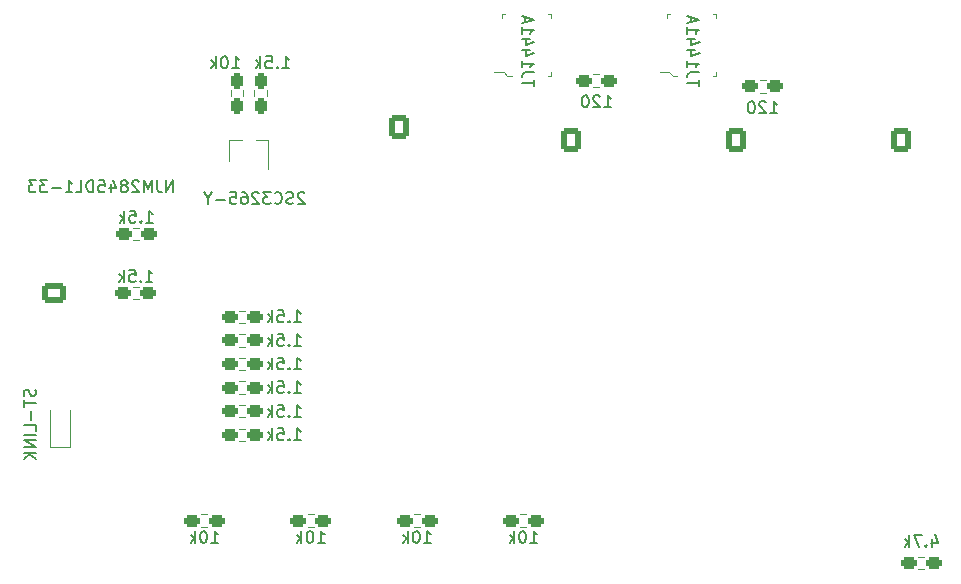
<source format=gbo>
G04 #@! TF.GenerationSoftware,KiCad,Pcbnew,7.0.9*
G04 #@! TF.CreationDate,2024-07-10T10:25:31+09:00*
G04 #@! TF.ProjectId,ODAmain,4f44416d-6169-46e2-9e6b-696361645f70,rev?*
G04 #@! TF.SameCoordinates,Original*
G04 #@! TF.FileFunction,Legend,Bot*
G04 #@! TF.FilePolarity,Positive*
%FSLAX46Y46*%
G04 Gerber Fmt 4.6, Leading zero omitted, Abs format (unit mm)*
G04 Created by KiCad (PCBNEW 7.0.9) date 2024-07-10 10:25:31*
%MOMM*%
%LPD*%
G01*
G04 APERTURE LIST*
G04 Aperture macros list*
%AMRoundRect*
0 Rectangle with rounded corners*
0 $1 Rounding radius*
0 $2 $3 $4 $5 $6 $7 $8 $9 X,Y pos of 4 corners*
0 Add a 4 corners polygon primitive as box body*
4,1,4,$2,$3,$4,$5,$6,$7,$8,$9,$2,$3,0*
0 Add four circle primitives for the rounded corners*
1,1,$1+$1,$2,$3*
1,1,$1+$1,$4,$5*
1,1,$1+$1,$6,$7*
1,1,$1+$1,$8,$9*
0 Add four rect primitives between the rounded corners*
20,1,$1+$1,$2,$3,$4,$5,0*
20,1,$1+$1,$4,$5,$6,$7,0*
20,1,$1+$1,$6,$7,$8,$9,0*
20,1,$1+$1,$8,$9,$2,$3,0*%
G04 Aperture macros list end*
%ADD10C,0.153000*%
%ADD11C,0.120000*%
%ADD12C,0.100000*%
%ADD13C,2.000000*%
%ADD14R,1.700000X1.700000*%
%ADD15O,1.700000X1.700000*%
%ADD16RoundRect,0.250000X0.725000X-0.600000X0.725000X0.600000X-0.725000X0.600000X-0.725000X-0.600000X0*%
%ADD17O,1.950000X1.700000*%
%ADD18C,1.000000*%
%ADD19C,5.600000*%
%ADD20RoundRect,0.250000X0.600000X0.725000X-0.600000X0.725000X-0.600000X-0.725000X0.600000X-0.725000X0*%
%ADD21O,1.700000X1.950000*%
%ADD22O,1.800000X1.524000*%
%ADD23R,1.800000X2.200000*%
%ADD24O,1.800000X2.200000*%
%ADD25C,1.998980*%
%ADD26O,2.800000X2.000000*%
%ADD27R,0.800000X1.800000*%
%ADD28RoundRect,0.237500X0.400000X0.237500X-0.400000X0.237500X-0.400000X-0.237500X0.400000X-0.237500X0*%
%ADD29RoundRect,0.237500X-0.400000X-0.237500X0.400000X-0.237500X0.400000X0.237500X-0.400000X0.237500X0*%
%ADD30R,1.000000X1.000000*%
%ADD31R,2.000000X0.600000*%
%ADD32RoundRect,0.237500X0.237500X-0.400000X0.237500X0.400000X-0.237500X0.400000X-0.237500X-0.400000X0*%
%ADD33RoundRect,0.237500X-0.237500X0.400000X-0.237500X-0.400000X0.237500X-0.400000X0.237500X0.400000X0*%
%ADD34R,2.200000X1.200000*%
%ADD35R,6.400000X5.800000*%
G04 APERTURE END LIST*
D10*
X153630336Y-89499999D02*
X153630336Y-88928571D01*
X152630336Y-89214285D02*
X153630336Y-89214285D01*
X153630336Y-88309523D02*
X152916051Y-88309523D01*
X152916051Y-88309523D02*
X152773194Y-88357142D01*
X152773194Y-88357142D02*
X152677956Y-88452380D01*
X152677956Y-88452380D02*
X152630336Y-88595237D01*
X152630336Y-88595237D02*
X152630336Y-88690475D01*
X152630336Y-87309523D02*
X152630336Y-87880951D01*
X152630336Y-87595237D02*
X153630336Y-87595237D01*
X153630336Y-87595237D02*
X153487479Y-87690475D01*
X153487479Y-87690475D02*
X153392241Y-87785713D01*
X153392241Y-87785713D02*
X153344622Y-87880951D01*
X153297003Y-86452380D02*
X152630336Y-86452380D01*
X153677956Y-86690475D02*
X152963670Y-86928570D01*
X152963670Y-86928570D02*
X152963670Y-86309523D01*
X153297003Y-85499999D02*
X152630336Y-85499999D01*
X153677956Y-85738094D02*
X152963670Y-85976189D01*
X152963670Y-85976189D02*
X152963670Y-85357142D01*
X152630336Y-84452380D02*
X152630336Y-85023808D01*
X152630336Y-84738094D02*
X153630336Y-84738094D01*
X153630336Y-84738094D02*
X153487479Y-84833332D01*
X153487479Y-84833332D02*
X153392241Y-84928570D01*
X153392241Y-84928570D02*
X153344622Y-85023808D01*
X152916051Y-84071427D02*
X152916051Y-83595237D01*
X152630336Y-84166665D02*
X153630336Y-83833332D01*
X153630336Y-83833332D02*
X152630336Y-83499999D01*
X167630336Y-89499999D02*
X167630336Y-88928571D01*
X166630336Y-89214285D02*
X167630336Y-89214285D01*
X167630336Y-88309523D02*
X166916051Y-88309523D01*
X166916051Y-88309523D02*
X166773194Y-88357142D01*
X166773194Y-88357142D02*
X166677956Y-88452380D01*
X166677956Y-88452380D02*
X166630336Y-88595237D01*
X166630336Y-88595237D02*
X166630336Y-88690475D01*
X166630336Y-87309523D02*
X166630336Y-87880951D01*
X166630336Y-87595237D02*
X167630336Y-87595237D01*
X167630336Y-87595237D02*
X167487479Y-87690475D01*
X167487479Y-87690475D02*
X167392241Y-87785713D01*
X167392241Y-87785713D02*
X167344622Y-87880951D01*
X167297003Y-86452380D02*
X166630336Y-86452380D01*
X167677956Y-86690475D02*
X166963670Y-86928570D01*
X166963670Y-86928570D02*
X166963670Y-86309523D01*
X167297003Y-85499999D02*
X166630336Y-85499999D01*
X167677956Y-85738094D02*
X166963670Y-85976189D01*
X166963670Y-85976189D02*
X166963670Y-85357142D01*
X166630336Y-84452380D02*
X166630336Y-85023808D01*
X166630336Y-84738094D02*
X167630336Y-84738094D01*
X167630336Y-84738094D02*
X167487479Y-84833332D01*
X167487479Y-84833332D02*
X167392241Y-84928570D01*
X167392241Y-84928570D02*
X167344622Y-85023808D01*
X166916051Y-84071427D02*
X166916051Y-83595237D01*
X166630336Y-84166665D02*
X167630336Y-83833332D01*
X167630336Y-83833332D02*
X166630336Y-83499999D01*
X111407044Y-115172619D02*
X111454663Y-115315476D01*
X111454663Y-115315476D02*
X111454663Y-115553571D01*
X111454663Y-115553571D02*
X111407044Y-115648809D01*
X111407044Y-115648809D02*
X111359424Y-115696428D01*
X111359424Y-115696428D02*
X111264186Y-115744047D01*
X111264186Y-115744047D02*
X111168948Y-115744047D01*
X111168948Y-115744047D02*
X111073710Y-115696428D01*
X111073710Y-115696428D02*
X111026091Y-115648809D01*
X111026091Y-115648809D02*
X110978472Y-115553571D01*
X110978472Y-115553571D02*
X110930853Y-115363095D01*
X110930853Y-115363095D02*
X110883234Y-115267857D01*
X110883234Y-115267857D02*
X110835615Y-115220238D01*
X110835615Y-115220238D02*
X110740377Y-115172619D01*
X110740377Y-115172619D02*
X110645139Y-115172619D01*
X110645139Y-115172619D02*
X110549901Y-115220238D01*
X110549901Y-115220238D02*
X110502282Y-115267857D01*
X110502282Y-115267857D02*
X110454663Y-115363095D01*
X110454663Y-115363095D02*
X110454663Y-115601190D01*
X110454663Y-115601190D02*
X110502282Y-115744047D01*
X110454663Y-116029762D02*
X110454663Y-116601190D01*
X111454663Y-116315476D02*
X110454663Y-116315476D01*
X111073710Y-116934524D02*
X111073710Y-117696429D01*
X111454663Y-118648809D02*
X111454663Y-118172619D01*
X111454663Y-118172619D02*
X110454663Y-118172619D01*
X111454663Y-118982143D02*
X110454663Y-118982143D01*
X111454663Y-119458333D02*
X110454663Y-119458333D01*
X110454663Y-119458333D02*
X111454663Y-120029761D01*
X111454663Y-120029761D02*
X110454663Y-120029761D01*
X111454663Y-120505952D02*
X110454663Y-120505952D01*
X111454663Y-121077380D02*
X110883234Y-120648809D01*
X110454663Y-121077380D02*
X111026091Y-120505952D01*
X134214285Y-98549901D02*
X134166666Y-98502282D01*
X134166666Y-98502282D02*
X134071428Y-98454663D01*
X134071428Y-98454663D02*
X133833333Y-98454663D01*
X133833333Y-98454663D02*
X133738095Y-98502282D01*
X133738095Y-98502282D02*
X133690476Y-98549901D01*
X133690476Y-98549901D02*
X133642857Y-98645139D01*
X133642857Y-98645139D02*
X133642857Y-98740377D01*
X133642857Y-98740377D02*
X133690476Y-98883234D01*
X133690476Y-98883234D02*
X134261904Y-99454663D01*
X134261904Y-99454663D02*
X133642857Y-99454663D01*
X133261904Y-99407044D02*
X133119047Y-99454663D01*
X133119047Y-99454663D02*
X132880952Y-99454663D01*
X132880952Y-99454663D02*
X132785714Y-99407044D01*
X132785714Y-99407044D02*
X132738095Y-99359424D01*
X132738095Y-99359424D02*
X132690476Y-99264186D01*
X132690476Y-99264186D02*
X132690476Y-99168948D01*
X132690476Y-99168948D02*
X132738095Y-99073710D01*
X132738095Y-99073710D02*
X132785714Y-99026091D01*
X132785714Y-99026091D02*
X132880952Y-98978472D01*
X132880952Y-98978472D02*
X133071428Y-98930853D01*
X133071428Y-98930853D02*
X133166666Y-98883234D01*
X133166666Y-98883234D02*
X133214285Y-98835615D01*
X133214285Y-98835615D02*
X133261904Y-98740377D01*
X133261904Y-98740377D02*
X133261904Y-98645139D01*
X133261904Y-98645139D02*
X133214285Y-98549901D01*
X133214285Y-98549901D02*
X133166666Y-98502282D01*
X133166666Y-98502282D02*
X133071428Y-98454663D01*
X133071428Y-98454663D02*
X132833333Y-98454663D01*
X132833333Y-98454663D02*
X132690476Y-98502282D01*
X131690476Y-99359424D02*
X131738095Y-99407044D01*
X131738095Y-99407044D02*
X131880952Y-99454663D01*
X131880952Y-99454663D02*
X131976190Y-99454663D01*
X131976190Y-99454663D02*
X132119047Y-99407044D01*
X132119047Y-99407044D02*
X132214285Y-99311805D01*
X132214285Y-99311805D02*
X132261904Y-99216567D01*
X132261904Y-99216567D02*
X132309523Y-99026091D01*
X132309523Y-99026091D02*
X132309523Y-98883234D01*
X132309523Y-98883234D02*
X132261904Y-98692758D01*
X132261904Y-98692758D02*
X132214285Y-98597520D01*
X132214285Y-98597520D02*
X132119047Y-98502282D01*
X132119047Y-98502282D02*
X131976190Y-98454663D01*
X131976190Y-98454663D02*
X131880952Y-98454663D01*
X131880952Y-98454663D02*
X131738095Y-98502282D01*
X131738095Y-98502282D02*
X131690476Y-98549901D01*
X131357142Y-98454663D02*
X130738095Y-98454663D01*
X130738095Y-98454663D02*
X131071428Y-98835615D01*
X131071428Y-98835615D02*
X130928571Y-98835615D01*
X130928571Y-98835615D02*
X130833333Y-98883234D01*
X130833333Y-98883234D02*
X130785714Y-98930853D01*
X130785714Y-98930853D02*
X130738095Y-99026091D01*
X130738095Y-99026091D02*
X130738095Y-99264186D01*
X130738095Y-99264186D02*
X130785714Y-99359424D01*
X130785714Y-99359424D02*
X130833333Y-99407044D01*
X130833333Y-99407044D02*
X130928571Y-99454663D01*
X130928571Y-99454663D02*
X131214285Y-99454663D01*
X131214285Y-99454663D02*
X131309523Y-99407044D01*
X131309523Y-99407044D02*
X131357142Y-99359424D01*
X130357142Y-98549901D02*
X130309523Y-98502282D01*
X130309523Y-98502282D02*
X130214285Y-98454663D01*
X130214285Y-98454663D02*
X129976190Y-98454663D01*
X129976190Y-98454663D02*
X129880952Y-98502282D01*
X129880952Y-98502282D02*
X129833333Y-98549901D01*
X129833333Y-98549901D02*
X129785714Y-98645139D01*
X129785714Y-98645139D02*
X129785714Y-98740377D01*
X129785714Y-98740377D02*
X129833333Y-98883234D01*
X129833333Y-98883234D02*
X130404761Y-99454663D01*
X130404761Y-99454663D02*
X129785714Y-99454663D01*
X128928571Y-98454663D02*
X129119047Y-98454663D01*
X129119047Y-98454663D02*
X129214285Y-98502282D01*
X129214285Y-98502282D02*
X129261904Y-98549901D01*
X129261904Y-98549901D02*
X129357142Y-98692758D01*
X129357142Y-98692758D02*
X129404761Y-98883234D01*
X129404761Y-98883234D02*
X129404761Y-99264186D01*
X129404761Y-99264186D02*
X129357142Y-99359424D01*
X129357142Y-99359424D02*
X129309523Y-99407044D01*
X129309523Y-99407044D02*
X129214285Y-99454663D01*
X129214285Y-99454663D02*
X129023809Y-99454663D01*
X129023809Y-99454663D02*
X128928571Y-99407044D01*
X128928571Y-99407044D02*
X128880952Y-99359424D01*
X128880952Y-99359424D02*
X128833333Y-99264186D01*
X128833333Y-99264186D02*
X128833333Y-99026091D01*
X128833333Y-99026091D02*
X128880952Y-98930853D01*
X128880952Y-98930853D02*
X128928571Y-98883234D01*
X128928571Y-98883234D02*
X129023809Y-98835615D01*
X129023809Y-98835615D02*
X129214285Y-98835615D01*
X129214285Y-98835615D02*
X129309523Y-98883234D01*
X129309523Y-98883234D02*
X129357142Y-98930853D01*
X129357142Y-98930853D02*
X129404761Y-99026091D01*
X127928571Y-98454663D02*
X128404761Y-98454663D01*
X128404761Y-98454663D02*
X128452380Y-98930853D01*
X128452380Y-98930853D02*
X128404761Y-98883234D01*
X128404761Y-98883234D02*
X128309523Y-98835615D01*
X128309523Y-98835615D02*
X128071428Y-98835615D01*
X128071428Y-98835615D02*
X127976190Y-98883234D01*
X127976190Y-98883234D02*
X127928571Y-98930853D01*
X127928571Y-98930853D02*
X127880952Y-99026091D01*
X127880952Y-99026091D02*
X127880952Y-99264186D01*
X127880952Y-99264186D02*
X127928571Y-99359424D01*
X127928571Y-99359424D02*
X127976190Y-99407044D01*
X127976190Y-99407044D02*
X128071428Y-99454663D01*
X128071428Y-99454663D02*
X128309523Y-99454663D01*
X128309523Y-99454663D02*
X128404761Y-99407044D01*
X128404761Y-99407044D02*
X128452380Y-99359424D01*
X127452380Y-99073710D02*
X126690476Y-99073710D01*
X126023809Y-98978472D02*
X126023809Y-99454663D01*
X126357142Y-98454663D02*
X126023809Y-98978472D01*
X126023809Y-98978472D02*
X125690476Y-98454663D01*
X133333333Y-117454663D02*
X133904761Y-117454663D01*
X133619047Y-117454663D02*
X133619047Y-116454663D01*
X133619047Y-116454663D02*
X133714285Y-116597520D01*
X133714285Y-116597520D02*
X133809523Y-116692758D01*
X133809523Y-116692758D02*
X133904761Y-116740377D01*
X132904761Y-117359424D02*
X132857142Y-117407044D01*
X132857142Y-117407044D02*
X132904761Y-117454663D01*
X132904761Y-117454663D02*
X132952380Y-117407044D01*
X132952380Y-117407044D02*
X132904761Y-117359424D01*
X132904761Y-117359424D02*
X132904761Y-117454663D01*
X131952381Y-116454663D02*
X132428571Y-116454663D01*
X132428571Y-116454663D02*
X132476190Y-116930853D01*
X132476190Y-116930853D02*
X132428571Y-116883234D01*
X132428571Y-116883234D02*
X132333333Y-116835615D01*
X132333333Y-116835615D02*
X132095238Y-116835615D01*
X132095238Y-116835615D02*
X132000000Y-116883234D01*
X132000000Y-116883234D02*
X131952381Y-116930853D01*
X131952381Y-116930853D02*
X131904762Y-117026091D01*
X131904762Y-117026091D02*
X131904762Y-117264186D01*
X131904762Y-117264186D02*
X131952381Y-117359424D01*
X131952381Y-117359424D02*
X132000000Y-117407044D01*
X132000000Y-117407044D02*
X132095238Y-117454663D01*
X132095238Y-117454663D02*
X132333333Y-117454663D01*
X132333333Y-117454663D02*
X132428571Y-117407044D01*
X132428571Y-117407044D02*
X132476190Y-117359424D01*
X131476190Y-117454663D02*
X131476190Y-116454663D01*
X131380952Y-117073710D02*
X131095238Y-117454663D01*
X131095238Y-116787996D02*
X131476190Y-117168948D01*
X126345238Y-128134663D02*
X126916666Y-128134663D01*
X126630952Y-128134663D02*
X126630952Y-127134663D01*
X126630952Y-127134663D02*
X126726190Y-127277520D01*
X126726190Y-127277520D02*
X126821428Y-127372758D01*
X126821428Y-127372758D02*
X126916666Y-127420377D01*
X125726190Y-127134663D02*
X125630952Y-127134663D01*
X125630952Y-127134663D02*
X125535714Y-127182282D01*
X125535714Y-127182282D02*
X125488095Y-127229901D01*
X125488095Y-127229901D02*
X125440476Y-127325139D01*
X125440476Y-127325139D02*
X125392857Y-127515615D01*
X125392857Y-127515615D02*
X125392857Y-127753710D01*
X125392857Y-127753710D02*
X125440476Y-127944186D01*
X125440476Y-127944186D02*
X125488095Y-128039424D01*
X125488095Y-128039424D02*
X125535714Y-128087044D01*
X125535714Y-128087044D02*
X125630952Y-128134663D01*
X125630952Y-128134663D02*
X125726190Y-128134663D01*
X125726190Y-128134663D02*
X125821428Y-128087044D01*
X125821428Y-128087044D02*
X125869047Y-128039424D01*
X125869047Y-128039424D02*
X125916666Y-127944186D01*
X125916666Y-127944186D02*
X125964285Y-127753710D01*
X125964285Y-127753710D02*
X125964285Y-127515615D01*
X125964285Y-127515615D02*
X125916666Y-127325139D01*
X125916666Y-127325139D02*
X125869047Y-127229901D01*
X125869047Y-127229901D02*
X125821428Y-127182282D01*
X125821428Y-127182282D02*
X125726190Y-127134663D01*
X124964285Y-128134663D02*
X124964285Y-127134663D01*
X124869047Y-127753710D02*
X124583333Y-128134663D01*
X124583333Y-127467996D02*
X124964285Y-127848948D01*
X120808333Y-101024663D02*
X121379761Y-101024663D01*
X121094047Y-101024663D02*
X121094047Y-100024663D01*
X121094047Y-100024663D02*
X121189285Y-100167520D01*
X121189285Y-100167520D02*
X121284523Y-100262758D01*
X121284523Y-100262758D02*
X121379761Y-100310377D01*
X120379761Y-100929424D02*
X120332142Y-100977044D01*
X120332142Y-100977044D02*
X120379761Y-101024663D01*
X120379761Y-101024663D02*
X120427380Y-100977044D01*
X120427380Y-100977044D02*
X120379761Y-100929424D01*
X120379761Y-100929424D02*
X120379761Y-101024663D01*
X119427381Y-100024663D02*
X119903571Y-100024663D01*
X119903571Y-100024663D02*
X119951190Y-100500853D01*
X119951190Y-100500853D02*
X119903571Y-100453234D01*
X119903571Y-100453234D02*
X119808333Y-100405615D01*
X119808333Y-100405615D02*
X119570238Y-100405615D01*
X119570238Y-100405615D02*
X119475000Y-100453234D01*
X119475000Y-100453234D02*
X119427381Y-100500853D01*
X119427381Y-100500853D02*
X119379762Y-100596091D01*
X119379762Y-100596091D02*
X119379762Y-100834186D01*
X119379762Y-100834186D02*
X119427381Y-100929424D01*
X119427381Y-100929424D02*
X119475000Y-100977044D01*
X119475000Y-100977044D02*
X119570238Y-101024663D01*
X119570238Y-101024663D02*
X119808333Y-101024663D01*
X119808333Y-101024663D02*
X119903571Y-100977044D01*
X119903571Y-100977044D02*
X119951190Y-100929424D01*
X118951190Y-101024663D02*
X118951190Y-100024663D01*
X118855952Y-100643710D02*
X118570238Y-101024663D01*
X118570238Y-100357996D02*
X118951190Y-100738948D01*
X133333333Y-113454663D02*
X133904761Y-113454663D01*
X133619047Y-113454663D02*
X133619047Y-112454663D01*
X133619047Y-112454663D02*
X133714285Y-112597520D01*
X133714285Y-112597520D02*
X133809523Y-112692758D01*
X133809523Y-112692758D02*
X133904761Y-112740377D01*
X132904761Y-113359424D02*
X132857142Y-113407044D01*
X132857142Y-113407044D02*
X132904761Y-113454663D01*
X132904761Y-113454663D02*
X132952380Y-113407044D01*
X132952380Y-113407044D02*
X132904761Y-113359424D01*
X132904761Y-113359424D02*
X132904761Y-113454663D01*
X131952381Y-112454663D02*
X132428571Y-112454663D01*
X132428571Y-112454663D02*
X132476190Y-112930853D01*
X132476190Y-112930853D02*
X132428571Y-112883234D01*
X132428571Y-112883234D02*
X132333333Y-112835615D01*
X132333333Y-112835615D02*
X132095238Y-112835615D01*
X132095238Y-112835615D02*
X132000000Y-112883234D01*
X132000000Y-112883234D02*
X131952381Y-112930853D01*
X131952381Y-112930853D02*
X131904762Y-113026091D01*
X131904762Y-113026091D02*
X131904762Y-113264186D01*
X131904762Y-113264186D02*
X131952381Y-113359424D01*
X131952381Y-113359424D02*
X132000000Y-113407044D01*
X132000000Y-113407044D02*
X132095238Y-113454663D01*
X132095238Y-113454663D02*
X132333333Y-113454663D01*
X132333333Y-113454663D02*
X132428571Y-113407044D01*
X132428571Y-113407044D02*
X132476190Y-113359424D01*
X131476190Y-113454663D02*
X131476190Y-112454663D01*
X131380952Y-113073710D02*
X131095238Y-113454663D01*
X131095238Y-112787996D02*
X131476190Y-113168948D01*
X173666666Y-91759663D02*
X174238094Y-91759663D01*
X173952380Y-91759663D02*
X173952380Y-90759663D01*
X173952380Y-90759663D02*
X174047618Y-90902520D01*
X174047618Y-90902520D02*
X174142856Y-90997758D01*
X174142856Y-90997758D02*
X174238094Y-91045377D01*
X173285713Y-90854901D02*
X173238094Y-90807282D01*
X173238094Y-90807282D02*
X173142856Y-90759663D01*
X173142856Y-90759663D02*
X172904761Y-90759663D01*
X172904761Y-90759663D02*
X172809523Y-90807282D01*
X172809523Y-90807282D02*
X172761904Y-90854901D01*
X172761904Y-90854901D02*
X172714285Y-90950139D01*
X172714285Y-90950139D02*
X172714285Y-91045377D01*
X172714285Y-91045377D02*
X172761904Y-91188234D01*
X172761904Y-91188234D02*
X173333332Y-91759663D01*
X173333332Y-91759663D02*
X172714285Y-91759663D01*
X172095237Y-90759663D02*
X171999999Y-90759663D01*
X171999999Y-90759663D02*
X171904761Y-90807282D01*
X171904761Y-90807282D02*
X171857142Y-90854901D01*
X171857142Y-90854901D02*
X171809523Y-90950139D01*
X171809523Y-90950139D02*
X171761904Y-91140615D01*
X171761904Y-91140615D02*
X171761904Y-91378710D01*
X171761904Y-91378710D02*
X171809523Y-91569186D01*
X171809523Y-91569186D02*
X171857142Y-91664424D01*
X171857142Y-91664424D02*
X171904761Y-91712044D01*
X171904761Y-91712044D02*
X171999999Y-91759663D01*
X171999999Y-91759663D02*
X172095237Y-91759663D01*
X172095237Y-91759663D02*
X172190475Y-91712044D01*
X172190475Y-91712044D02*
X172238094Y-91664424D01*
X172238094Y-91664424D02*
X172285713Y-91569186D01*
X172285713Y-91569186D02*
X172333332Y-91378710D01*
X172333332Y-91378710D02*
X172333332Y-91140615D01*
X172333332Y-91140615D02*
X172285713Y-90950139D01*
X172285713Y-90950139D02*
X172238094Y-90854901D01*
X172238094Y-90854901D02*
X172190475Y-90807282D01*
X172190475Y-90807282D02*
X172095237Y-90759663D01*
X133333333Y-111454663D02*
X133904761Y-111454663D01*
X133619047Y-111454663D02*
X133619047Y-110454663D01*
X133619047Y-110454663D02*
X133714285Y-110597520D01*
X133714285Y-110597520D02*
X133809523Y-110692758D01*
X133809523Y-110692758D02*
X133904761Y-110740377D01*
X132904761Y-111359424D02*
X132857142Y-111407044D01*
X132857142Y-111407044D02*
X132904761Y-111454663D01*
X132904761Y-111454663D02*
X132952380Y-111407044D01*
X132952380Y-111407044D02*
X132904761Y-111359424D01*
X132904761Y-111359424D02*
X132904761Y-111454663D01*
X131952381Y-110454663D02*
X132428571Y-110454663D01*
X132428571Y-110454663D02*
X132476190Y-110930853D01*
X132476190Y-110930853D02*
X132428571Y-110883234D01*
X132428571Y-110883234D02*
X132333333Y-110835615D01*
X132333333Y-110835615D02*
X132095238Y-110835615D01*
X132095238Y-110835615D02*
X132000000Y-110883234D01*
X132000000Y-110883234D02*
X131952381Y-110930853D01*
X131952381Y-110930853D02*
X131904762Y-111026091D01*
X131904762Y-111026091D02*
X131904762Y-111264186D01*
X131904762Y-111264186D02*
X131952381Y-111359424D01*
X131952381Y-111359424D02*
X132000000Y-111407044D01*
X132000000Y-111407044D02*
X132095238Y-111454663D01*
X132095238Y-111454663D02*
X132333333Y-111454663D01*
X132333333Y-111454663D02*
X132428571Y-111407044D01*
X132428571Y-111407044D02*
X132476190Y-111359424D01*
X131476190Y-111454663D02*
X131476190Y-110454663D01*
X131380952Y-111073710D02*
X131095238Y-111454663D01*
X131095238Y-110787996D02*
X131476190Y-111168948D01*
X144345238Y-128134663D02*
X144916666Y-128134663D01*
X144630952Y-128134663D02*
X144630952Y-127134663D01*
X144630952Y-127134663D02*
X144726190Y-127277520D01*
X144726190Y-127277520D02*
X144821428Y-127372758D01*
X144821428Y-127372758D02*
X144916666Y-127420377D01*
X143726190Y-127134663D02*
X143630952Y-127134663D01*
X143630952Y-127134663D02*
X143535714Y-127182282D01*
X143535714Y-127182282D02*
X143488095Y-127229901D01*
X143488095Y-127229901D02*
X143440476Y-127325139D01*
X143440476Y-127325139D02*
X143392857Y-127515615D01*
X143392857Y-127515615D02*
X143392857Y-127753710D01*
X143392857Y-127753710D02*
X143440476Y-127944186D01*
X143440476Y-127944186D02*
X143488095Y-128039424D01*
X143488095Y-128039424D02*
X143535714Y-128087044D01*
X143535714Y-128087044D02*
X143630952Y-128134663D01*
X143630952Y-128134663D02*
X143726190Y-128134663D01*
X143726190Y-128134663D02*
X143821428Y-128087044D01*
X143821428Y-128087044D02*
X143869047Y-128039424D01*
X143869047Y-128039424D02*
X143916666Y-127944186D01*
X143916666Y-127944186D02*
X143964285Y-127753710D01*
X143964285Y-127753710D02*
X143964285Y-127515615D01*
X143964285Y-127515615D02*
X143916666Y-127325139D01*
X143916666Y-127325139D02*
X143869047Y-127229901D01*
X143869047Y-127229901D02*
X143821428Y-127182282D01*
X143821428Y-127182282D02*
X143726190Y-127134663D01*
X142964285Y-128134663D02*
X142964285Y-127134663D01*
X142869047Y-127753710D02*
X142583333Y-128134663D01*
X142583333Y-127467996D02*
X142964285Y-127848948D01*
X133333333Y-115454663D02*
X133904761Y-115454663D01*
X133619047Y-115454663D02*
X133619047Y-114454663D01*
X133619047Y-114454663D02*
X133714285Y-114597520D01*
X133714285Y-114597520D02*
X133809523Y-114692758D01*
X133809523Y-114692758D02*
X133904761Y-114740377D01*
X132904761Y-115359424D02*
X132857142Y-115407044D01*
X132857142Y-115407044D02*
X132904761Y-115454663D01*
X132904761Y-115454663D02*
X132952380Y-115407044D01*
X132952380Y-115407044D02*
X132904761Y-115359424D01*
X132904761Y-115359424D02*
X132904761Y-115454663D01*
X131952381Y-114454663D02*
X132428571Y-114454663D01*
X132428571Y-114454663D02*
X132476190Y-114930853D01*
X132476190Y-114930853D02*
X132428571Y-114883234D01*
X132428571Y-114883234D02*
X132333333Y-114835615D01*
X132333333Y-114835615D02*
X132095238Y-114835615D01*
X132095238Y-114835615D02*
X132000000Y-114883234D01*
X132000000Y-114883234D02*
X131952381Y-114930853D01*
X131952381Y-114930853D02*
X131904762Y-115026091D01*
X131904762Y-115026091D02*
X131904762Y-115264186D01*
X131904762Y-115264186D02*
X131952381Y-115359424D01*
X131952381Y-115359424D02*
X132000000Y-115407044D01*
X132000000Y-115407044D02*
X132095238Y-115454663D01*
X132095238Y-115454663D02*
X132333333Y-115454663D01*
X132333333Y-115454663D02*
X132428571Y-115407044D01*
X132428571Y-115407044D02*
X132476190Y-115359424D01*
X131476190Y-115454663D02*
X131476190Y-114454663D01*
X131380952Y-115073710D02*
X131095238Y-115454663D01*
X131095238Y-114787996D02*
X131476190Y-115168948D01*
X135345238Y-128134663D02*
X135916666Y-128134663D01*
X135630952Y-128134663D02*
X135630952Y-127134663D01*
X135630952Y-127134663D02*
X135726190Y-127277520D01*
X135726190Y-127277520D02*
X135821428Y-127372758D01*
X135821428Y-127372758D02*
X135916666Y-127420377D01*
X134726190Y-127134663D02*
X134630952Y-127134663D01*
X134630952Y-127134663D02*
X134535714Y-127182282D01*
X134535714Y-127182282D02*
X134488095Y-127229901D01*
X134488095Y-127229901D02*
X134440476Y-127325139D01*
X134440476Y-127325139D02*
X134392857Y-127515615D01*
X134392857Y-127515615D02*
X134392857Y-127753710D01*
X134392857Y-127753710D02*
X134440476Y-127944186D01*
X134440476Y-127944186D02*
X134488095Y-128039424D01*
X134488095Y-128039424D02*
X134535714Y-128087044D01*
X134535714Y-128087044D02*
X134630952Y-128134663D01*
X134630952Y-128134663D02*
X134726190Y-128134663D01*
X134726190Y-128134663D02*
X134821428Y-128087044D01*
X134821428Y-128087044D02*
X134869047Y-128039424D01*
X134869047Y-128039424D02*
X134916666Y-127944186D01*
X134916666Y-127944186D02*
X134964285Y-127753710D01*
X134964285Y-127753710D02*
X134964285Y-127515615D01*
X134964285Y-127515615D02*
X134916666Y-127325139D01*
X134916666Y-127325139D02*
X134869047Y-127229901D01*
X134869047Y-127229901D02*
X134821428Y-127182282D01*
X134821428Y-127182282D02*
X134726190Y-127134663D01*
X133964285Y-128134663D02*
X133964285Y-127134663D01*
X133869047Y-127753710D02*
X133583333Y-128134663D01*
X133583333Y-127467996D02*
X133964285Y-127848948D01*
X133333333Y-109454663D02*
X133904761Y-109454663D01*
X133619047Y-109454663D02*
X133619047Y-108454663D01*
X133619047Y-108454663D02*
X133714285Y-108597520D01*
X133714285Y-108597520D02*
X133809523Y-108692758D01*
X133809523Y-108692758D02*
X133904761Y-108740377D01*
X132904761Y-109359424D02*
X132857142Y-109407044D01*
X132857142Y-109407044D02*
X132904761Y-109454663D01*
X132904761Y-109454663D02*
X132952380Y-109407044D01*
X132952380Y-109407044D02*
X132904761Y-109359424D01*
X132904761Y-109359424D02*
X132904761Y-109454663D01*
X131952381Y-108454663D02*
X132428571Y-108454663D01*
X132428571Y-108454663D02*
X132476190Y-108930853D01*
X132476190Y-108930853D02*
X132428571Y-108883234D01*
X132428571Y-108883234D02*
X132333333Y-108835615D01*
X132333333Y-108835615D02*
X132095238Y-108835615D01*
X132095238Y-108835615D02*
X132000000Y-108883234D01*
X132000000Y-108883234D02*
X131952381Y-108930853D01*
X131952381Y-108930853D02*
X131904762Y-109026091D01*
X131904762Y-109026091D02*
X131904762Y-109264186D01*
X131904762Y-109264186D02*
X131952381Y-109359424D01*
X131952381Y-109359424D02*
X132000000Y-109407044D01*
X132000000Y-109407044D02*
X132095238Y-109454663D01*
X132095238Y-109454663D02*
X132333333Y-109454663D01*
X132333333Y-109454663D02*
X132428571Y-109407044D01*
X132428571Y-109407044D02*
X132476190Y-109359424D01*
X131476190Y-109454663D02*
X131476190Y-108454663D01*
X131380952Y-109073710D02*
X131095238Y-109454663D01*
X131095238Y-108787996D02*
X131476190Y-109168948D01*
X128095238Y-87954663D02*
X128666666Y-87954663D01*
X128380952Y-87954663D02*
X128380952Y-86954663D01*
X128380952Y-86954663D02*
X128476190Y-87097520D01*
X128476190Y-87097520D02*
X128571428Y-87192758D01*
X128571428Y-87192758D02*
X128666666Y-87240377D01*
X127476190Y-86954663D02*
X127380952Y-86954663D01*
X127380952Y-86954663D02*
X127285714Y-87002282D01*
X127285714Y-87002282D02*
X127238095Y-87049901D01*
X127238095Y-87049901D02*
X127190476Y-87145139D01*
X127190476Y-87145139D02*
X127142857Y-87335615D01*
X127142857Y-87335615D02*
X127142857Y-87573710D01*
X127142857Y-87573710D02*
X127190476Y-87764186D01*
X127190476Y-87764186D02*
X127238095Y-87859424D01*
X127238095Y-87859424D02*
X127285714Y-87907044D01*
X127285714Y-87907044D02*
X127380952Y-87954663D01*
X127380952Y-87954663D02*
X127476190Y-87954663D01*
X127476190Y-87954663D02*
X127571428Y-87907044D01*
X127571428Y-87907044D02*
X127619047Y-87859424D01*
X127619047Y-87859424D02*
X127666666Y-87764186D01*
X127666666Y-87764186D02*
X127714285Y-87573710D01*
X127714285Y-87573710D02*
X127714285Y-87335615D01*
X127714285Y-87335615D02*
X127666666Y-87145139D01*
X127666666Y-87145139D02*
X127619047Y-87049901D01*
X127619047Y-87049901D02*
X127571428Y-87002282D01*
X127571428Y-87002282D02*
X127476190Y-86954663D01*
X126714285Y-87954663D02*
X126714285Y-86954663D01*
X126619047Y-87573710D02*
X126333333Y-87954663D01*
X126333333Y-87287996D02*
X126714285Y-87668948D01*
X153345238Y-128134663D02*
X153916666Y-128134663D01*
X153630952Y-128134663D02*
X153630952Y-127134663D01*
X153630952Y-127134663D02*
X153726190Y-127277520D01*
X153726190Y-127277520D02*
X153821428Y-127372758D01*
X153821428Y-127372758D02*
X153916666Y-127420377D01*
X152726190Y-127134663D02*
X152630952Y-127134663D01*
X152630952Y-127134663D02*
X152535714Y-127182282D01*
X152535714Y-127182282D02*
X152488095Y-127229901D01*
X152488095Y-127229901D02*
X152440476Y-127325139D01*
X152440476Y-127325139D02*
X152392857Y-127515615D01*
X152392857Y-127515615D02*
X152392857Y-127753710D01*
X152392857Y-127753710D02*
X152440476Y-127944186D01*
X152440476Y-127944186D02*
X152488095Y-128039424D01*
X152488095Y-128039424D02*
X152535714Y-128087044D01*
X152535714Y-128087044D02*
X152630952Y-128134663D01*
X152630952Y-128134663D02*
X152726190Y-128134663D01*
X152726190Y-128134663D02*
X152821428Y-128087044D01*
X152821428Y-128087044D02*
X152869047Y-128039424D01*
X152869047Y-128039424D02*
X152916666Y-127944186D01*
X152916666Y-127944186D02*
X152964285Y-127753710D01*
X152964285Y-127753710D02*
X152964285Y-127515615D01*
X152964285Y-127515615D02*
X152916666Y-127325139D01*
X152916666Y-127325139D02*
X152869047Y-127229901D01*
X152869047Y-127229901D02*
X152821428Y-127182282D01*
X152821428Y-127182282D02*
X152726190Y-127134663D01*
X151964285Y-128134663D02*
X151964285Y-127134663D01*
X151869047Y-127753710D02*
X151583333Y-128134663D01*
X151583333Y-127467996D02*
X151964285Y-127848948D01*
X120770833Y-106024663D02*
X121342261Y-106024663D01*
X121056547Y-106024663D02*
X121056547Y-105024663D01*
X121056547Y-105024663D02*
X121151785Y-105167520D01*
X121151785Y-105167520D02*
X121247023Y-105262758D01*
X121247023Y-105262758D02*
X121342261Y-105310377D01*
X120342261Y-105929424D02*
X120294642Y-105977044D01*
X120294642Y-105977044D02*
X120342261Y-106024663D01*
X120342261Y-106024663D02*
X120389880Y-105977044D01*
X120389880Y-105977044D02*
X120342261Y-105929424D01*
X120342261Y-105929424D02*
X120342261Y-106024663D01*
X119389881Y-105024663D02*
X119866071Y-105024663D01*
X119866071Y-105024663D02*
X119913690Y-105500853D01*
X119913690Y-105500853D02*
X119866071Y-105453234D01*
X119866071Y-105453234D02*
X119770833Y-105405615D01*
X119770833Y-105405615D02*
X119532738Y-105405615D01*
X119532738Y-105405615D02*
X119437500Y-105453234D01*
X119437500Y-105453234D02*
X119389881Y-105500853D01*
X119389881Y-105500853D02*
X119342262Y-105596091D01*
X119342262Y-105596091D02*
X119342262Y-105834186D01*
X119342262Y-105834186D02*
X119389881Y-105929424D01*
X119389881Y-105929424D02*
X119437500Y-105977044D01*
X119437500Y-105977044D02*
X119532738Y-106024663D01*
X119532738Y-106024663D02*
X119770833Y-106024663D01*
X119770833Y-106024663D02*
X119866071Y-105977044D01*
X119866071Y-105977044D02*
X119913690Y-105929424D01*
X118913690Y-106024663D02*
X118913690Y-105024663D01*
X118818452Y-105643710D02*
X118532738Y-106024663D01*
X118532738Y-105357996D02*
X118913690Y-105738948D01*
X133333333Y-119454663D02*
X133904761Y-119454663D01*
X133619047Y-119454663D02*
X133619047Y-118454663D01*
X133619047Y-118454663D02*
X133714285Y-118597520D01*
X133714285Y-118597520D02*
X133809523Y-118692758D01*
X133809523Y-118692758D02*
X133904761Y-118740377D01*
X132904761Y-119359424D02*
X132857142Y-119407044D01*
X132857142Y-119407044D02*
X132904761Y-119454663D01*
X132904761Y-119454663D02*
X132952380Y-119407044D01*
X132952380Y-119407044D02*
X132904761Y-119359424D01*
X132904761Y-119359424D02*
X132904761Y-119454663D01*
X131952381Y-118454663D02*
X132428571Y-118454663D01*
X132428571Y-118454663D02*
X132476190Y-118930853D01*
X132476190Y-118930853D02*
X132428571Y-118883234D01*
X132428571Y-118883234D02*
X132333333Y-118835615D01*
X132333333Y-118835615D02*
X132095238Y-118835615D01*
X132095238Y-118835615D02*
X132000000Y-118883234D01*
X132000000Y-118883234D02*
X131952381Y-118930853D01*
X131952381Y-118930853D02*
X131904762Y-119026091D01*
X131904762Y-119026091D02*
X131904762Y-119264186D01*
X131904762Y-119264186D02*
X131952381Y-119359424D01*
X131952381Y-119359424D02*
X132000000Y-119407044D01*
X132000000Y-119407044D02*
X132095238Y-119454663D01*
X132095238Y-119454663D02*
X132333333Y-119454663D01*
X132333333Y-119454663D02*
X132428571Y-119407044D01*
X132428571Y-119407044D02*
X132476190Y-119359424D01*
X131476190Y-119454663D02*
X131476190Y-118454663D01*
X131380952Y-119073710D02*
X131095238Y-119454663D01*
X131095238Y-118787996D02*
X131476190Y-119168948D01*
X187366071Y-127787996D02*
X187366071Y-128454663D01*
X187604166Y-127407044D02*
X187842261Y-128121329D01*
X187842261Y-128121329D02*
X187223214Y-128121329D01*
X186842261Y-128359424D02*
X186794642Y-128407044D01*
X186794642Y-128407044D02*
X186842261Y-128454663D01*
X186842261Y-128454663D02*
X186889880Y-128407044D01*
X186889880Y-128407044D02*
X186842261Y-128359424D01*
X186842261Y-128359424D02*
X186842261Y-128454663D01*
X186461309Y-127454663D02*
X185794643Y-127454663D01*
X185794643Y-127454663D02*
X186223214Y-128454663D01*
X185413690Y-128454663D02*
X185413690Y-127454663D01*
X185318452Y-128073710D02*
X185032738Y-128454663D01*
X185032738Y-127787996D02*
X185413690Y-128168948D01*
X132333333Y-87954663D02*
X132904761Y-87954663D01*
X132619047Y-87954663D02*
X132619047Y-86954663D01*
X132619047Y-86954663D02*
X132714285Y-87097520D01*
X132714285Y-87097520D02*
X132809523Y-87192758D01*
X132809523Y-87192758D02*
X132904761Y-87240377D01*
X131904761Y-87859424D02*
X131857142Y-87907044D01*
X131857142Y-87907044D02*
X131904761Y-87954663D01*
X131904761Y-87954663D02*
X131952380Y-87907044D01*
X131952380Y-87907044D02*
X131904761Y-87859424D01*
X131904761Y-87859424D02*
X131904761Y-87954663D01*
X130952381Y-86954663D02*
X131428571Y-86954663D01*
X131428571Y-86954663D02*
X131476190Y-87430853D01*
X131476190Y-87430853D02*
X131428571Y-87383234D01*
X131428571Y-87383234D02*
X131333333Y-87335615D01*
X131333333Y-87335615D02*
X131095238Y-87335615D01*
X131095238Y-87335615D02*
X131000000Y-87383234D01*
X131000000Y-87383234D02*
X130952381Y-87430853D01*
X130952381Y-87430853D02*
X130904762Y-87526091D01*
X130904762Y-87526091D02*
X130904762Y-87764186D01*
X130904762Y-87764186D02*
X130952381Y-87859424D01*
X130952381Y-87859424D02*
X131000000Y-87907044D01*
X131000000Y-87907044D02*
X131095238Y-87954663D01*
X131095238Y-87954663D02*
X131333333Y-87954663D01*
X131333333Y-87954663D02*
X131428571Y-87907044D01*
X131428571Y-87907044D02*
X131476190Y-87859424D01*
X130476190Y-87954663D02*
X130476190Y-86954663D01*
X130380952Y-87573710D02*
X130095238Y-87954663D01*
X130095238Y-87287996D02*
X130476190Y-87668948D01*
X159604166Y-91259663D02*
X160175594Y-91259663D01*
X159889880Y-91259663D02*
X159889880Y-90259663D01*
X159889880Y-90259663D02*
X159985118Y-90402520D01*
X159985118Y-90402520D02*
X160080356Y-90497758D01*
X160080356Y-90497758D02*
X160175594Y-90545377D01*
X159223213Y-90354901D02*
X159175594Y-90307282D01*
X159175594Y-90307282D02*
X159080356Y-90259663D01*
X159080356Y-90259663D02*
X158842261Y-90259663D01*
X158842261Y-90259663D02*
X158747023Y-90307282D01*
X158747023Y-90307282D02*
X158699404Y-90354901D01*
X158699404Y-90354901D02*
X158651785Y-90450139D01*
X158651785Y-90450139D02*
X158651785Y-90545377D01*
X158651785Y-90545377D02*
X158699404Y-90688234D01*
X158699404Y-90688234D02*
X159270832Y-91259663D01*
X159270832Y-91259663D02*
X158651785Y-91259663D01*
X158032737Y-90259663D02*
X157937499Y-90259663D01*
X157937499Y-90259663D02*
X157842261Y-90307282D01*
X157842261Y-90307282D02*
X157794642Y-90354901D01*
X157794642Y-90354901D02*
X157747023Y-90450139D01*
X157747023Y-90450139D02*
X157699404Y-90640615D01*
X157699404Y-90640615D02*
X157699404Y-90878710D01*
X157699404Y-90878710D02*
X157747023Y-91069186D01*
X157747023Y-91069186D02*
X157794642Y-91164424D01*
X157794642Y-91164424D02*
X157842261Y-91212044D01*
X157842261Y-91212044D02*
X157937499Y-91259663D01*
X157937499Y-91259663D02*
X158032737Y-91259663D01*
X158032737Y-91259663D02*
X158127975Y-91212044D01*
X158127975Y-91212044D02*
X158175594Y-91164424D01*
X158175594Y-91164424D02*
X158223213Y-91069186D01*
X158223213Y-91069186D02*
X158270832Y-90878710D01*
X158270832Y-90878710D02*
X158270832Y-90640615D01*
X158270832Y-90640615D02*
X158223213Y-90450139D01*
X158223213Y-90450139D02*
X158175594Y-90354901D01*
X158175594Y-90354901D02*
X158127975Y-90307282D01*
X158127975Y-90307282D02*
X158032737Y-90259663D01*
X123095237Y-98454663D02*
X123095237Y-97454663D01*
X123095237Y-97454663D02*
X122523809Y-98454663D01*
X122523809Y-98454663D02*
X122523809Y-97454663D01*
X121761904Y-97454663D02*
X121761904Y-98168948D01*
X121761904Y-98168948D02*
X121809523Y-98311805D01*
X121809523Y-98311805D02*
X121904761Y-98407044D01*
X121904761Y-98407044D02*
X122047618Y-98454663D01*
X122047618Y-98454663D02*
X122142856Y-98454663D01*
X121285713Y-98454663D02*
X121285713Y-97454663D01*
X121285713Y-97454663D02*
X120952380Y-98168948D01*
X120952380Y-98168948D02*
X120619047Y-97454663D01*
X120619047Y-97454663D02*
X120619047Y-98454663D01*
X120190475Y-97549901D02*
X120142856Y-97502282D01*
X120142856Y-97502282D02*
X120047618Y-97454663D01*
X120047618Y-97454663D02*
X119809523Y-97454663D01*
X119809523Y-97454663D02*
X119714285Y-97502282D01*
X119714285Y-97502282D02*
X119666666Y-97549901D01*
X119666666Y-97549901D02*
X119619047Y-97645139D01*
X119619047Y-97645139D02*
X119619047Y-97740377D01*
X119619047Y-97740377D02*
X119666666Y-97883234D01*
X119666666Y-97883234D02*
X120238094Y-98454663D01*
X120238094Y-98454663D02*
X119619047Y-98454663D01*
X119047618Y-97883234D02*
X119142856Y-97835615D01*
X119142856Y-97835615D02*
X119190475Y-97787996D01*
X119190475Y-97787996D02*
X119238094Y-97692758D01*
X119238094Y-97692758D02*
X119238094Y-97645139D01*
X119238094Y-97645139D02*
X119190475Y-97549901D01*
X119190475Y-97549901D02*
X119142856Y-97502282D01*
X119142856Y-97502282D02*
X119047618Y-97454663D01*
X119047618Y-97454663D02*
X118857142Y-97454663D01*
X118857142Y-97454663D02*
X118761904Y-97502282D01*
X118761904Y-97502282D02*
X118714285Y-97549901D01*
X118714285Y-97549901D02*
X118666666Y-97645139D01*
X118666666Y-97645139D02*
X118666666Y-97692758D01*
X118666666Y-97692758D02*
X118714285Y-97787996D01*
X118714285Y-97787996D02*
X118761904Y-97835615D01*
X118761904Y-97835615D02*
X118857142Y-97883234D01*
X118857142Y-97883234D02*
X119047618Y-97883234D01*
X119047618Y-97883234D02*
X119142856Y-97930853D01*
X119142856Y-97930853D02*
X119190475Y-97978472D01*
X119190475Y-97978472D02*
X119238094Y-98073710D01*
X119238094Y-98073710D02*
X119238094Y-98264186D01*
X119238094Y-98264186D02*
X119190475Y-98359424D01*
X119190475Y-98359424D02*
X119142856Y-98407044D01*
X119142856Y-98407044D02*
X119047618Y-98454663D01*
X119047618Y-98454663D02*
X118857142Y-98454663D01*
X118857142Y-98454663D02*
X118761904Y-98407044D01*
X118761904Y-98407044D02*
X118714285Y-98359424D01*
X118714285Y-98359424D02*
X118666666Y-98264186D01*
X118666666Y-98264186D02*
X118666666Y-98073710D01*
X118666666Y-98073710D02*
X118714285Y-97978472D01*
X118714285Y-97978472D02*
X118761904Y-97930853D01*
X118761904Y-97930853D02*
X118857142Y-97883234D01*
X117809523Y-97787996D02*
X117809523Y-98454663D01*
X118047618Y-97407044D02*
X118285713Y-98121329D01*
X118285713Y-98121329D02*
X117666666Y-98121329D01*
X116809523Y-97454663D02*
X117285713Y-97454663D01*
X117285713Y-97454663D02*
X117333332Y-97930853D01*
X117333332Y-97930853D02*
X117285713Y-97883234D01*
X117285713Y-97883234D02*
X117190475Y-97835615D01*
X117190475Y-97835615D02*
X116952380Y-97835615D01*
X116952380Y-97835615D02*
X116857142Y-97883234D01*
X116857142Y-97883234D02*
X116809523Y-97930853D01*
X116809523Y-97930853D02*
X116761904Y-98026091D01*
X116761904Y-98026091D02*
X116761904Y-98264186D01*
X116761904Y-98264186D02*
X116809523Y-98359424D01*
X116809523Y-98359424D02*
X116857142Y-98407044D01*
X116857142Y-98407044D02*
X116952380Y-98454663D01*
X116952380Y-98454663D02*
X117190475Y-98454663D01*
X117190475Y-98454663D02*
X117285713Y-98407044D01*
X117285713Y-98407044D02*
X117333332Y-98359424D01*
X116333332Y-98454663D02*
X116333332Y-97454663D01*
X116333332Y-97454663D02*
X116095237Y-97454663D01*
X116095237Y-97454663D02*
X115952380Y-97502282D01*
X115952380Y-97502282D02*
X115857142Y-97597520D01*
X115857142Y-97597520D02*
X115809523Y-97692758D01*
X115809523Y-97692758D02*
X115761904Y-97883234D01*
X115761904Y-97883234D02*
X115761904Y-98026091D01*
X115761904Y-98026091D02*
X115809523Y-98216567D01*
X115809523Y-98216567D02*
X115857142Y-98311805D01*
X115857142Y-98311805D02*
X115952380Y-98407044D01*
X115952380Y-98407044D02*
X116095237Y-98454663D01*
X116095237Y-98454663D02*
X116333332Y-98454663D01*
X114857142Y-98454663D02*
X115333332Y-98454663D01*
X115333332Y-98454663D02*
X115333332Y-97454663D01*
X113999999Y-98454663D02*
X114571427Y-98454663D01*
X114285713Y-98454663D02*
X114285713Y-97454663D01*
X114285713Y-97454663D02*
X114380951Y-97597520D01*
X114380951Y-97597520D02*
X114476189Y-97692758D01*
X114476189Y-97692758D02*
X114571427Y-97740377D01*
X113571427Y-98073710D02*
X112809523Y-98073710D01*
X112428570Y-97454663D02*
X111809523Y-97454663D01*
X111809523Y-97454663D02*
X112142856Y-97835615D01*
X112142856Y-97835615D02*
X111999999Y-97835615D01*
X111999999Y-97835615D02*
X111904761Y-97883234D01*
X111904761Y-97883234D02*
X111857142Y-97930853D01*
X111857142Y-97930853D02*
X111809523Y-98026091D01*
X111809523Y-98026091D02*
X111809523Y-98264186D01*
X111809523Y-98264186D02*
X111857142Y-98359424D01*
X111857142Y-98359424D02*
X111904761Y-98407044D01*
X111904761Y-98407044D02*
X111999999Y-98454663D01*
X111999999Y-98454663D02*
X112285713Y-98454663D01*
X112285713Y-98454663D02*
X112380951Y-98407044D01*
X112380951Y-98407044D02*
X112428570Y-98359424D01*
X111476189Y-97454663D02*
X110857142Y-97454663D01*
X110857142Y-97454663D02*
X111190475Y-97835615D01*
X111190475Y-97835615D02*
X111047618Y-97835615D01*
X111047618Y-97835615D02*
X110952380Y-97883234D01*
X110952380Y-97883234D02*
X110904761Y-97930853D01*
X110904761Y-97930853D02*
X110857142Y-98026091D01*
X110857142Y-98026091D02*
X110857142Y-98264186D01*
X110857142Y-98264186D02*
X110904761Y-98359424D01*
X110904761Y-98359424D02*
X110952380Y-98407044D01*
X110952380Y-98407044D02*
X111047618Y-98454663D01*
X111047618Y-98454663D02*
X111333332Y-98454663D01*
X111333332Y-98454663D02*
X111428570Y-98407044D01*
X111428570Y-98407044D02*
X111476189Y-98359424D01*
D11*
X131150000Y-96450000D02*
X131150000Y-94050000D01*
X127850000Y-95850000D02*
X127850000Y-94050000D01*
X127850000Y-94050000D02*
X128900000Y-94050000D01*
X131150000Y-94050000D02*
X130100000Y-94050000D01*
X129192224Y-117522500D02*
X128682776Y-117522500D01*
X129192224Y-116477500D02*
X128682776Y-116477500D01*
X126004724Y-126772500D02*
X125495276Y-126772500D01*
X126004724Y-125727500D02*
X125495276Y-125727500D01*
X119720276Y-101477500D02*
X120229724Y-101477500D01*
X119720276Y-102522500D02*
X120229724Y-102522500D01*
X129192224Y-113522500D02*
X128682776Y-113522500D01*
X129192224Y-112477500D02*
X128682776Y-112477500D01*
X172745276Y-88977500D02*
X173254724Y-88977500D01*
X172745276Y-90022500D02*
X173254724Y-90022500D01*
X129192224Y-111522500D02*
X128682776Y-111522500D01*
X129192224Y-110477500D02*
X128682776Y-110477500D01*
X144004724Y-126772500D02*
X143495276Y-126772500D01*
X144004724Y-125727500D02*
X143495276Y-125727500D01*
X129192224Y-115522500D02*
X128682776Y-115522500D01*
X129192224Y-114477500D02*
X128682776Y-114477500D01*
X135004724Y-126772500D02*
X134495276Y-126772500D01*
X135004724Y-125727500D02*
X134495276Y-125727500D01*
X129192224Y-109522500D02*
X128682776Y-109522500D01*
X129192224Y-108477500D02*
X128682776Y-108477500D01*
X112650000Y-120025000D02*
X112650000Y-116875000D01*
X114350000Y-120025000D02*
X112650000Y-120025000D01*
X114350000Y-120025000D02*
X114350000Y-116875000D01*
D12*
X151400000Y-88600000D02*
X151100000Y-88300000D01*
X151800000Y-88600000D02*
X151400000Y-88600000D01*
X155100000Y-88600000D02*
X154800000Y-88600000D01*
X151100000Y-88300000D02*
X150300000Y-88300000D01*
X155100000Y-88300000D02*
X155100000Y-88600000D01*
X150900000Y-83700000D02*
X150900000Y-83400000D01*
X155100000Y-83700000D02*
X155100000Y-83400000D01*
X150900000Y-83400000D02*
X151200000Y-83400000D01*
X155100000Y-83400000D02*
X154800000Y-83400000D01*
D11*
X127977500Y-90347224D02*
X127977500Y-89837776D01*
X129022500Y-90347224D02*
X129022500Y-89837776D01*
X153004724Y-126772500D02*
X152495276Y-126772500D01*
X153004724Y-125727500D02*
X152495276Y-125727500D01*
X119682776Y-106477500D02*
X120192224Y-106477500D01*
X119682776Y-107522500D02*
X120192224Y-107522500D01*
X129192224Y-119522500D02*
X128682776Y-119522500D01*
X129192224Y-118477500D02*
X128682776Y-118477500D01*
D12*
X165400000Y-88600000D02*
X165100000Y-88300000D01*
X165800000Y-88600000D02*
X165400000Y-88600000D01*
X169100000Y-88600000D02*
X168800000Y-88600000D01*
X165100000Y-88300000D02*
X164300000Y-88300000D01*
X169100000Y-88300000D02*
X169100000Y-88600000D01*
X164900000Y-83700000D02*
X164900000Y-83400000D01*
X169100000Y-83700000D02*
X169100000Y-83400000D01*
X164900000Y-83400000D02*
X165200000Y-83400000D01*
X169100000Y-83400000D02*
X168800000Y-83400000D01*
D11*
X186182776Y-129340000D02*
X186692224Y-129340000D01*
X186182776Y-130385000D02*
X186692224Y-130385000D01*
X131022500Y-89837776D02*
X131022500Y-90347224D01*
X129977500Y-89837776D02*
X129977500Y-90347224D01*
X158682776Y-88477500D02*
X159192224Y-88477500D01*
X158682776Y-89522500D02*
X159192224Y-89522500D01*
%LPC*%
D13*
X141500000Y-129500000D03*
X141500000Y-123000000D03*
X146000000Y-129500000D03*
X146000000Y-123000000D03*
D14*
X180000000Y-119254000D03*
D15*
X177460000Y-119254000D03*
X180000000Y-121794000D03*
X177460000Y-121794000D03*
X180000000Y-124334000D03*
X177460000Y-124334000D03*
X180000000Y-126874000D03*
X177460000Y-126874000D03*
X180000000Y-129414000D03*
X177460000Y-129414000D03*
D13*
X132500000Y-129500000D03*
X132500000Y-123000000D03*
X137000000Y-129500000D03*
X137000000Y-123000000D03*
D16*
X113000000Y-107000000D03*
D17*
X113000000Y-104500000D03*
X113000000Y-102000000D03*
D13*
X123500000Y-129500000D03*
X123500000Y-123000000D03*
X128000000Y-129500000D03*
X128000000Y-123000000D03*
D18*
X204950000Y-130150000D03*
X205594370Y-128594370D03*
X205594370Y-131705630D03*
X207150000Y-127950000D03*
D19*
X207150000Y-130150000D03*
D18*
X207150000Y-132350000D03*
X208705630Y-128594370D03*
X208705630Y-131705630D03*
X209350000Y-130150000D03*
X110680000Y-85850000D03*
X111324370Y-84294370D03*
X111324370Y-87405630D03*
X112880000Y-83650000D03*
D19*
X112880000Y-85850000D03*
D18*
X112880000Y-88050000D03*
X114435630Y-84294370D03*
X114435630Y-87405630D03*
X115080000Y-85850000D03*
D20*
X170750000Y-94000000D03*
D21*
X168250000Y-94000000D03*
X165750000Y-94000000D03*
X163250000Y-94000000D03*
D22*
X125690000Y-89030000D03*
X125690000Y-91570000D03*
X125690000Y-94110000D03*
X125690000Y-96650000D03*
X133310000Y-96650000D03*
X133310000Y-94110000D03*
X133310000Y-91570000D03*
X133310000Y-89030000D03*
D23*
X192380000Y-125780000D03*
D24*
X194920000Y-125780000D03*
X197460000Y-125780000D03*
X200000000Y-125780000D03*
X202540000Y-125780000D03*
X205080000Y-125780000D03*
X207620000Y-125780000D03*
X207620000Y-90220000D03*
X205080000Y-90220000D03*
X202540000Y-90220000D03*
X200000000Y-90220000D03*
X197460000Y-90220000D03*
X194920000Y-90220000D03*
X192380000Y-90220000D03*
D14*
X172634000Y-116714000D03*
D15*
X170094000Y-116714000D03*
X172634000Y-119254000D03*
X170094000Y-119254000D03*
X172634000Y-121794000D03*
X170094000Y-121794000D03*
X172634000Y-124334000D03*
X170094000Y-124334000D03*
X172634000Y-126874000D03*
X170094000Y-126874000D03*
X172634000Y-129414000D03*
X170094000Y-129414000D03*
D20*
X156750000Y-94000000D03*
D21*
X154250000Y-94000000D03*
X151750000Y-94000000D03*
X149250000Y-94000000D03*
D14*
X160000000Y-87540000D03*
D15*
X160000000Y-85000000D03*
D18*
X110650000Y-130150000D03*
X111294370Y-128594370D03*
X111294370Y-131705630D03*
X112850000Y-127950000D03*
D19*
X112850000Y-130150000D03*
D18*
X112850000Y-132350000D03*
X114405630Y-128594370D03*
X114405630Y-131705630D03*
X115050000Y-130150000D03*
D13*
X150500000Y-129500000D03*
X150500000Y-123000000D03*
X155000000Y-129500000D03*
X155000000Y-123000000D03*
D18*
X204950000Y-85850000D03*
X205594370Y-84294370D03*
X205594370Y-87405630D03*
X207150000Y-83650000D03*
D19*
X207150000Y-85850000D03*
D18*
X207150000Y-88050000D03*
X208705630Y-84294370D03*
X208705630Y-87405630D03*
X209350000Y-85850000D03*
D25*
X143000000Y-116540000D03*
X143000000Y-111460000D03*
D14*
X174000000Y-87540000D03*
D15*
X174000000Y-85000000D03*
D20*
X184750000Y-94000000D03*
D21*
X182250000Y-94000000D03*
X179750000Y-94000000D03*
X177250000Y-94000000D03*
X139750000Y-92900000D03*
D20*
X142250000Y-92900000D03*
D26*
X141000000Y-86400000D03*
D27*
X130450000Y-96650000D03*
X128550000Y-96650000D03*
X129500000Y-93350000D03*
D28*
X130000000Y-117000000D03*
X127875000Y-117000000D03*
X126812500Y-126250000D03*
X124687500Y-126250000D03*
D29*
X118912500Y-102000000D03*
X121037500Y-102000000D03*
D28*
X130000000Y-113000000D03*
X127875000Y-113000000D03*
D29*
X171937500Y-89500000D03*
X174062500Y-89500000D03*
D28*
X130000000Y-111000000D03*
X127875000Y-111000000D03*
X144812500Y-126250000D03*
X142687500Y-126250000D03*
X130000000Y-115000000D03*
X127875000Y-115000000D03*
X135812500Y-126250000D03*
X133687500Y-126250000D03*
X130000000Y-109000000D03*
X127875000Y-109000000D03*
D30*
X113500000Y-119375000D03*
X113500000Y-116875000D03*
D31*
X150550000Y-87905000D03*
X150550000Y-86635000D03*
X150550000Y-85365000D03*
X150550000Y-84095000D03*
X155450000Y-84095000D03*
X155450000Y-85365000D03*
X155450000Y-86635000D03*
X155450000Y-87905000D03*
D32*
X128500000Y-91155000D03*
X128500000Y-89030000D03*
D28*
X153812500Y-126250000D03*
X151687500Y-126250000D03*
D29*
X118875000Y-107000000D03*
X121000000Y-107000000D03*
D28*
X130000000Y-119000000D03*
X127875000Y-119000000D03*
D31*
X164550000Y-87905000D03*
X164550000Y-86635000D03*
X164550000Y-85365000D03*
X164550000Y-84095000D03*
X169450000Y-84095000D03*
X169450000Y-85365000D03*
X169450000Y-86635000D03*
X169450000Y-87905000D03*
D29*
X185375000Y-129862500D03*
X187500000Y-129862500D03*
D33*
X130500000Y-89030000D03*
X130500000Y-91155000D03*
D29*
X157875000Y-89000000D03*
X160000000Y-89000000D03*
D34*
X112000000Y-96000000D03*
X112000000Y-93720000D03*
D35*
X118300000Y-93720000D03*
D34*
X112000000Y-91440000D03*
%LPD*%
M02*

</source>
